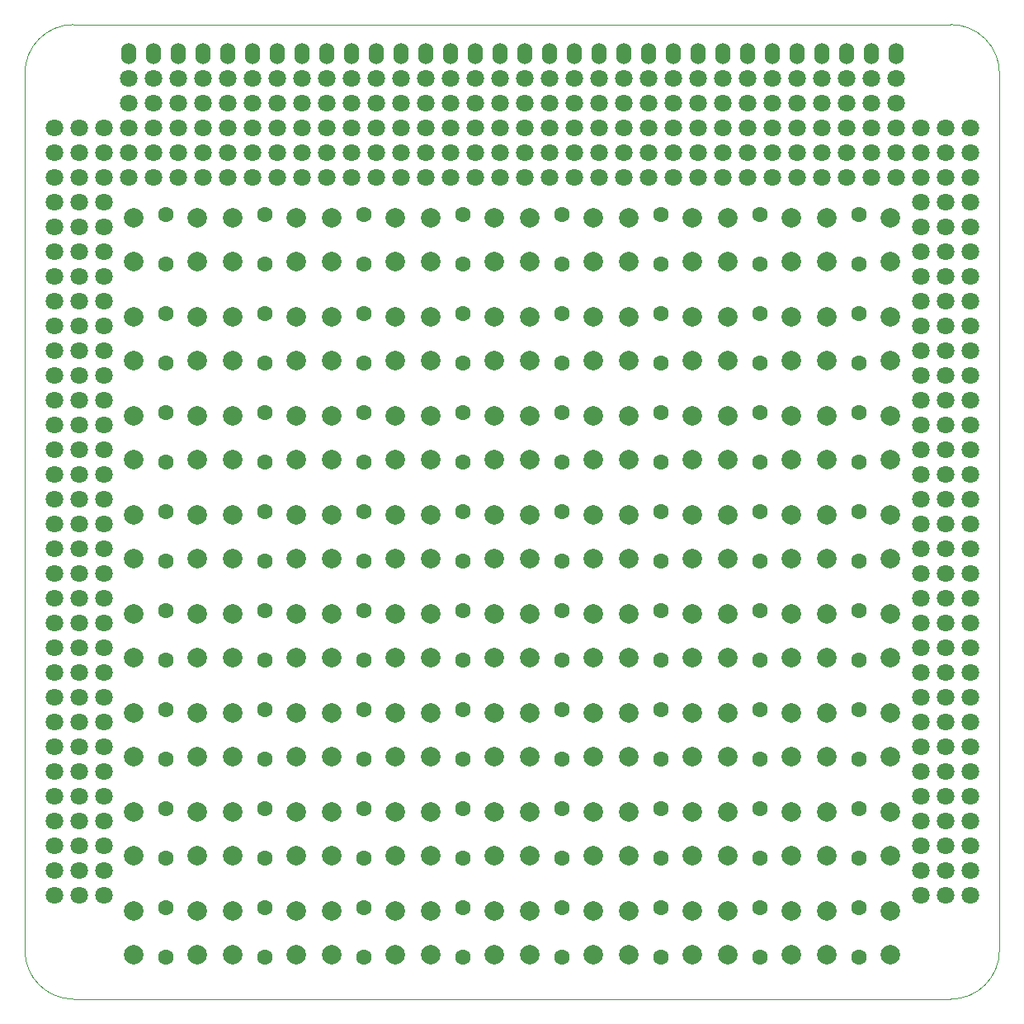
<source format=gts>
G04 #@! TF.FileFunction,Soldermask,Top*
%FSLAX46Y46*%
G04 Gerber Fmt 4.6, Leading zero omitted, Abs format (unit mm)*
G04 Created by KiCad (PCBNEW 4.0.5) date 11/09/17 02:57:30*
%MOMM*%
%LPD*%
G01*
G04 APERTURE LIST*
%ADD10C,0.150000*%
%ADD11C,0.100000*%
%ADD12C,2.000000*%
%ADD13C,1.600000*%
%ADD14O,1.524000X2.199640*%
%ADD15C,1.800000*%
G04 APERTURE END LIST*
D10*
D11*
X60000000Y-95000000D02*
G75*
G03X55000000Y-100000000I0J-5000000D01*
G01*
X155000000Y-100000000D02*
G75*
G03X150000000Y-95000000I-5000000J0D01*
G01*
X150000000Y-195000000D02*
G75*
G03X155000000Y-190000000I0J5000000D01*
G01*
X55000000Y-190000000D02*
G75*
G03X60000000Y-195000000I5000000J0D01*
G01*
X60000000Y-95000000D02*
X150000000Y-95000000D01*
X155000000Y-100000000D02*
X155000000Y-190000000D01*
X150000000Y-195000000D02*
X60000000Y-195000000D01*
X55000000Y-190000000D02*
X55000000Y-100000000D01*
D12*
X86510000Y-129470000D03*
X93010000Y-124970000D03*
X86510000Y-124970000D03*
X93010000Y-129470000D03*
D13*
X89760000Y-124680000D03*
X89760000Y-129760000D03*
D12*
X66190000Y-139630000D03*
X72690000Y-135130000D03*
X66190000Y-135130000D03*
X72690000Y-139630000D03*
D13*
X69440000Y-134840000D03*
X69440000Y-139920000D03*
D12*
X66190000Y-129470000D03*
X72690000Y-124970000D03*
X66190000Y-124970000D03*
X72690000Y-129470000D03*
D13*
X69440000Y-124680000D03*
X69440000Y-129760000D03*
D12*
X106830000Y-119310000D03*
X113330000Y-114810000D03*
X106830000Y-114810000D03*
X113330000Y-119310000D03*
D13*
X110080000Y-114520000D03*
X110080000Y-119600000D03*
D14*
X85950000Y-98010000D03*
X88490000Y-98010000D03*
X91030000Y-98010000D03*
X93570000Y-98010000D03*
X96110000Y-98010000D03*
X98650000Y-98010000D03*
X101190000Y-98010000D03*
X103730000Y-98010000D03*
X106270000Y-98010000D03*
X108810000Y-98010000D03*
X111350000Y-98010000D03*
X113890000Y-98010000D03*
X116430000Y-98010000D03*
X118970000Y-98010000D03*
X121510000Y-98010000D03*
X124050000Y-98010000D03*
X65630000Y-98010000D03*
X68170000Y-98010000D03*
X70710000Y-98010000D03*
X73250000Y-98010000D03*
X75790000Y-98010000D03*
X78330000Y-98010000D03*
X80870000Y-98010000D03*
X83410000Y-98010000D03*
X126590000Y-98010000D03*
X129130000Y-98010000D03*
X131670000Y-98010000D03*
X134210000Y-98010000D03*
X136750000Y-98010000D03*
X139290000Y-98010000D03*
X141830000Y-98010000D03*
X144370000Y-98010000D03*
D12*
X66190000Y-119310000D03*
X72690000Y-114810000D03*
X66190000Y-114810000D03*
X72690000Y-119310000D03*
D13*
X69440000Y-114520000D03*
X69440000Y-119600000D03*
D12*
X76350000Y-119310000D03*
X82850000Y-114810000D03*
X76350000Y-114810000D03*
X82850000Y-119310000D03*
D13*
X79600000Y-114520000D03*
X79600000Y-119600000D03*
D12*
X86510000Y-119310000D03*
X93010000Y-114810000D03*
X86510000Y-114810000D03*
X93010000Y-119310000D03*
D13*
X89760000Y-114520000D03*
X89760000Y-119600000D03*
D12*
X96670000Y-119310000D03*
X103170000Y-114810000D03*
X96670000Y-114810000D03*
X103170000Y-119310000D03*
D13*
X99920000Y-114520000D03*
X99920000Y-119600000D03*
D12*
X116990000Y-119310000D03*
X123490000Y-114810000D03*
X116990000Y-114810000D03*
X123490000Y-119310000D03*
D13*
X120240000Y-114520000D03*
X120240000Y-119600000D03*
D12*
X127150000Y-119310000D03*
X133650000Y-114810000D03*
X127150000Y-114810000D03*
X133650000Y-119310000D03*
D13*
X130400000Y-114520000D03*
X130400000Y-119600000D03*
D12*
X137310000Y-119310000D03*
X143810000Y-114810000D03*
X137310000Y-114810000D03*
X143810000Y-119310000D03*
D13*
X140560000Y-114520000D03*
X140560000Y-119600000D03*
D12*
X76350000Y-129470000D03*
X82850000Y-124970000D03*
X76350000Y-124970000D03*
X82850000Y-129470000D03*
D13*
X79600000Y-124680000D03*
X79600000Y-129760000D03*
D12*
X96670000Y-129470000D03*
X103170000Y-124970000D03*
X96670000Y-124970000D03*
X103170000Y-129470000D03*
D13*
X99920000Y-124680000D03*
X99920000Y-129760000D03*
D12*
X116990000Y-129470000D03*
X123490000Y-124970000D03*
X116990000Y-124970000D03*
X123490000Y-129470000D03*
D13*
X120240000Y-124680000D03*
X120240000Y-129760000D03*
D12*
X127150000Y-129470000D03*
X133650000Y-124970000D03*
X127150000Y-124970000D03*
X133650000Y-129470000D03*
D13*
X130400000Y-124680000D03*
X130400000Y-129760000D03*
D12*
X137310000Y-129470000D03*
X143810000Y-124970000D03*
X137310000Y-124970000D03*
X143810000Y-129470000D03*
D13*
X140560000Y-124680000D03*
X140560000Y-129760000D03*
D12*
X76350000Y-139630000D03*
X82850000Y-135130000D03*
X76350000Y-135130000D03*
X82850000Y-139630000D03*
D13*
X79600000Y-134840000D03*
X79600000Y-139920000D03*
D12*
X86510000Y-139630000D03*
X93010000Y-135130000D03*
X86510000Y-135130000D03*
X93010000Y-139630000D03*
D13*
X89760000Y-134840000D03*
X89760000Y-139920000D03*
D12*
X106830000Y-139630000D03*
X113330000Y-135130000D03*
X106830000Y-135130000D03*
X113330000Y-139630000D03*
D13*
X110080000Y-134840000D03*
X110080000Y-139920000D03*
D12*
X116990000Y-139630000D03*
X123490000Y-135130000D03*
X116990000Y-135130000D03*
X123490000Y-139630000D03*
D13*
X120240000Y-134840000D03*
X120240000Y-139920000D03*
D12*
X127150000Y-139630000D03*
X133650000Y-135130000D03*
X127150000Y-135130000D03*
X133650000Y-139630000D03*
D13*
X130400000Y-134840000D03*
X130400000Y-139920000D03*
D12*
X137310000Y-139630000D03*
X143810000Y-135130000D03*
X137310000Y-135130000D03*
X143810000Y-139630000D03*
D13*
X140560000Y-134840000D03*
X140560000Y-139920000D03*
D12*
X66190000Y-149790000D03*
X72690000Y-145290000D03*
X66190000Y-145290000D03*
X72690000Y-149790000D03*
D13*
X69440000Y-145000000D03*
X69440000Y-150080000D03*
D12*
X76350000Y-149790000D03*
X82850000Y-145290000D03*
X76350000Y-145290000D03*
X82850000Y-149790000D03*
D13*
X79600000Y-145000000D03*
X79600000Y-150080000D03*
D12*
X86510000Y-149790000D03*
X93010000Y-145290000D03*
X86510000Y-145290000D03*
X93010000Y-149790000D03*
D13*
X89760000Y-145000000D03*
X89760000Y-150080000D03*
D12*
X96670000Y-149790000D03*
X103170000Y-145290000D03*
X96670000Y-145290000D03*
X103170000Y-149790000D03*
D13*
X99920000Y-145000000D03*
X99920000Y-150080000D03*
D12*
X106830000Y-149790000D03*
X113330000Y-145290000D03*
X106830000Y-145290000D03*
X113330000Y-149790000D03*
D13*
X110080000Y-145000000D03*
X110080000Y-150080000D03*
D12*
X116990000Y-149790000D03*
X123490000Y-145290000D03*
X116990000Y-145290000D03*
X123490000Y-149790000D03*
D13*
X120240000Y-145000000D03*
X120240000Y-150080000D03*
D12*
X127150000Y-149790000D03*
X133650000Y-145290000D03*
X127150000Y-145290000D03*
X133650000Y-149790000D03*
D13*
X130400000Y-145000000D03*
X130400000Y-150080000D03*
D12*
X137310000Y-149790000D03*
X143810000Y-145290000D03*
X137310000Y-145290000D03*
X143810000Y-149790000D03*
D13*
X140560000Y-145000000D03*
X140560000Y-150080000D03*
D12*
X66190000Y-159950000D03*
X72690000Y-155450000D03*
X66190000Y-155450000D03*
X72690000Y-159950000D03*
D13*
X69440000Y-155160000D03*
X69440000Y-160240000D03*
D12*
X76350000Y-159950000D03*
X82850000Y-155450000D03*
X76350000Y-155450000D03*
X82850000Y-159950000D03*
D13*
X79600000Y-155160000D03*
X79600000Y-160240000D03*
D12*
X86510000Y-159950000D03*
X93010000Y-155450000D03*
X86510000Y-155450000D03*
X93010000Y-159950000D03*
D13*
X89760000Y-155160000D03*
X89760000Y-160240000D03*
D12*
X96670000Y-159950000D03*
X103170000Y-155450000D03*
X96670000Y-155450000D03*
X103170000Y-159950000D03*
D13*
X99920000Y-155160000D03*
X99920000Y-160240000D03*
D12*
X106830000Y-159950000D03*
X113330000Y-155450000D03*
X106830000Y-155450000D03*
X113330000Y-159950000D03*
D13*
X110080000Y-155160000D03*
X110080000Y-160240000D03*
D12*
X116990000Y-159950000D03*
X123490000Y-155450000D03*
X116990000Y-155450000D03*
X123490000Y-159950000D03*
D13*
X120240000Y-155160000D03*
X120240000Y-160240000D03*
D12*
X127150000Y-159950000D03*
X133650000Y-155450000D03*
X127150000Y-155450000D03*
X133650000Y-159950000D03*
D13*
X130400000Y-155160000D03*
X130400000Y-160240000D03*
D12*
X137310000Y-159950000D03*
X143810000Y-155450000D03*
X137310000Y-155450000D03*
X143810000Y-159950000D03*
D13*
X140560000Y-155160000D03*
X140560000Y-160240000D03*
D12*
X66190000Y-170110000D03*
X72690000Y-165610000D03*
X66190000Y-165610000D03*
X72690000Y-170110000D03*
D13*
X69440000Y-165320000D03*
X69440000Y-170400000D03*
D12*
X76350000Y-170110000D03*
X82850000Y-165610000D03*
X76350000Y-165610000D03*
X82850000Y-170110000D03*
D13*
X79600000Y-165320000D03*
X79600000Y-170400000D03*
D12*
X86510000Y-170110000D03*
X93010000Y-165610000D03*
X86510000Y-165610000D03*
X93010000Y-170110000D03*
D13*
X89760000Y-165320000D03*
X89760000Y-170400000D03*
D12*
X96670000Y-170110000D03*
X103170000Y-165610000D03*
X96670000Y-165610000D03*
X103170000Y-170110000D03*
D13*
X99920000Y-165320000D03*
X99920000Y-170400000D03*
D12*
X106830000Y-170110000D03*
X113330000Y-165610000D03*
X106830000Y-165610000D03*
X113330000Y-170110000D03*
D13*
X110080000Y-165320000D03*
X110080000Y-170400000D03*
D12*
X116990000Y-170110000D03*
X123490000Y-165610000D03*
X116990000Y-165610000D03*
X123490000Y-170110000D03*
D13*
X120240000Y-165320000D03*
X120240000Y-170400000D03*
D12*
X127150000Y-170110000D03*
X133650000Y-165610000D03*
X127150000Y-165610000D03*
X133650000Y-170110000D03*
D13*
X130400000Y-165320000D03*
X130400000Y-170400000D03*
D12*
X137310000Y-170110000D03*
X143810000Y-165610000D03*
X137310000Y-165610000D03*
X143810000Y-170110000D03*
D13*
X140560000Y-165320000D03*
X140560000Y-170400000D03*
D12*
X66190000Y-180270000D03*
X72690000Y-175770000D03*
X66190000Y-175770000D03*
X72690000Y-180270000D03*
D13*
X69440000Y-175480000D03*
X69440000Y-180560000D03*
D12*
X76350000Y-180270000D03*
X82850000Y-175770000D03*
X76350000Y-175770000D03*
X82850000Y-180270000D03*
D13*
X79600000Y-175480000D03*
X79600000Y-180560000D03*
D12*
X86510000Y-180270000D03*
X93010000Y-175770000D03*
X86510000Y-175770000D03*
X93010000Y-180270000D03*
D13*
X89760000Y-175480000D03*
X89760000Y-180560000D03*
D12*
X96670000Y-180270000D03*
X103170000Y-175770000D03*
X96670000Y-175770000D03*
X103170000Y-180270000D03*
D13*
X99920000Y-175480000D03*
X99920000Y-180560000D03*
D12*
X106830000Y-180270000D03*
X113330000Y-175770000D03*
X106830000Y-175770000D03*
X113330000Y-180270000D03*
D13*
X110080000Y-175480000D03*
X110080000Y-180560000D03*
D12*
X116990000Y-180270000D03*
X123490000Y-175770000D03*
X116990000Y-175770000D03*
X123490000Y-180270000D03*
D13*
X120240000Y-175480000D03*
X120240000Y-180560000D03*
D12*
X127150000Y-180270000D03*
X133650000Y-175770000D03*
X127150000Y-175770000D03*
X133650000Y-180270000D03*
D13*
X130400000Y-175480000D03*
X130400000Y-180560000D03*
D12*
X137310000Y-180270000D03*
X143810000Y-175770000D03*
X137310000Y-175770000D03*
X143810000Y-180270000D03*
D13*
X140560000Y-175480000D03*
X140560000Y-180560000D03*
D12*
X66190000Y-190430000D03*
X72690000Y-185930000D03*
X66190000Y-185930000D03*
X72690000Y-190430000D03*
D13*
X69440000Y-185640000D03*
X69440000Y-190720000D03*
D12*
X76350000Y-190430000D03*
X82850000Y-185930000D03*
X76350000Y-185930000D03*
X82850000Y-190430000D03*
D13*
X79600000Y-185640000D03*
X79600000Y-190720000D03*
D12*
X86510000Y-190430000D03*
X93010000Y-185930000D03*
X86510000Y-185930000D03*
X93010000Y-190430000D03*
D13*
X89760000Y-185640000D03*
X89760000Y-190720000D03*
D12*
X96670000Y-190430000D03*
X103170000Y-185930000D03*
X96670000Y-185930000D03*
X103170000Y-190430000D03*
D13*
X99920000Y-185640000D03*
X99920000Y-190720000D03*
D12*
X106830000Y-190430000D03*
X113330000Y-185930000D03*
X106830000Y-185930000D03*
X113330000Y-190430000D03*
D13*
X110080000Y-185640000D03*
X110080000Y-190720000D03*
D12*
X116990000Y-190430000D03*
X123490000Y-185930000D03*
X116990000Y-185930000D03*
X123490000Y-190430000D03*
D13*
X120240000Y-185640000D03*
X120240000Y-190720000D03*
D12*
X127150000Y-190430000D03*
X133650000Y-185930000D03*
X127150000Y-185930000D03*
X133650000Y-190430000D03*
D13*
X130400000Y-185640000D03*
X130400000Y-190720000D03*
D12*
X137310000Y-190430000D03*
X143810000Y-185930000D03*
X137310000Y-185930000D03*
X143810000Y-190430000D03*
D13*
X140560000Y-185640000D03*
X140560000Y-190720000D03*
D12*
X106830000Y-129470000D03*
X113330000Y-124970000D03*
X106830000Y-124970000D03*
X113330000Y-129470000D03*
D13*
X110080000Y-124680000D03*
X110080000Y-129760000D03*
D12*
X96670000Y-139630000D03*
X103170000Y-135130000D03*
X96670000Y-135130000D03*
X103170000Y-139630000D03*
D13*
X99920000Y-134840000D03*
X99920000Y-139920000D03*
D15*
X58010000Y-176750000D03*
X58010000Y-179290000D03*
X60550000Y-176750000D03*
X60550000Y-179290000D03*
X63090000Y-176750000D03*
X63090000Y-179290000D03*
X58010000Y-181830000D03*
X58010000Y-184370000D03*
X63090000Y-181830000D03*
X63090000Y-184370000D03*
X60550000Y-181830000D03*
X60550000Y-184370000D03*
X58010000Y-171670000D03*
X58010000Y-174210000D03*
X60550000Y-171670000D03*
X60550000Y-174210000D03*
X63090000Y-171670000D03*
X63090000Y-174210000D03*
X63090000Y-151350000D03*
X63090000Y-153890000D03*
X60550000Y-151350000D03*
X60550000Y-153890000D03*
X58010000Y-151350000D03*
X58010000Y-153890000D03*
X58010000Y-146270000D03*
X58010000Y-148810000D03*
X60550000Y-146270000D03*
X60550000Y-148810000D03*
X63090000Y-146270000D03*
X63090000Y-148810000D03*
X63090000Y-158970000D03*
X63090000Y-161510000D03*
X60550000Y-158970000D03*
X60550000Y-161510000D03*
X58010000Y-158970000D03*
X58010000Y-161510000D03*
X58010000Y-164050000D03*
X58010000Y-166590000D03*
X60550000Y-164050000D03*
X60550000Y-166590000D03*
X63090000Y-164050000D03*
X63090000Y-166590000D03*
X63090000Y-120870000D03*
X63090000Y-123410000D03*
X60550000Y-120870000D03*
X60550000Y-123410000D03*
X58010000Y-120870000D03*
X58010000Y-123410000D03*
X65630000Y-103090000D03*
X65630000Y-105630000D03*
X63090000Y-108170000D03*
X63090000Y-110710000D03*
X60550000Y-108170000D03*
X60550000Y-110710000D03*
X58010000Y-108170000D03*
X58010000Y-110710000D03*
X58010000Y-113250000D03*
X58010000Y-115790000D03*
X60550000Y-113250000D03*
X60550000Y-115790000D03*
X63090000Y-113250000D03*
X63090000Y-115790000D03*
X63090000Y-133570000D03*
X63090000Y-136110000D03*
X60550000Y-133570000D03*
X60550000Y-136110000D03*
X58010000Y-133570000D03*
X58010000Y-136110000D03*
X58010000Y-125950000D03*
X58010000Y-128490000D03*
X60550000Y-125950000D03*
X60550000Y-128490000D03*
X63090000Y-125950000D03*
X63090000Y-128490000D03*
X63090000Y-138650000D03*
X63090000Y-141190000D03*
X60550000Y-138650000D03*
X60550000Y-141190000D03*
X58010000Y-138650000D03*
X58010000Y-141190000D03*
X151990000Y-146270000D03*
X151990000Y-148810000D03*
X149450000Y-146270000D03*
X149450000Y-148810000D03*
X146910000Y-146270000D03*
X146910000Y-148810000D03*
X146910000Y-138650000D03*
X146910000Y-141190000D03*
X149450000Y-138650000D03*
X149450000Y-141190000D03*
X151990000Y-138650000D03*
X151990000Y-141190000D03*
X146910000Y-133570000D03*
X146910000Y-136110000D03*
X149450000Y-133570000D03*
X149450000Y-136110000D03*
X151990000Y-133570000D03*
X151990000Y-136110000D03*
X151990000Y-113250000D03*
X151990000Y-115790000D03*
X149450000Y-113250000D03*
X149450000Y-115790000D03*
X146910000Y-113250000D03*
X146910000Y-115790000D03*
X146910000Y-108170000D03*
X146910000Y-110710000D03*
X149450000Y-108170000D03*
X149450000Y-110710000D03*
X151990000Y-108170000D03*
X151990000Y-110710000D03*
X151990000Y-120870000D03*
X151990000Y-123410000D03*
X149450000Y-120870000D03*
X149450000Y-123410000D03*
X146910000Y-120870000D03*
X146910000Y-123410000D03*
X146910000Y-125950000D03*
X146910000Y-128490000D03*
X149450000Y-125950000D03*
X149450000Y-128490000D03*
X151990000Y-125950000D03*
X151990000Y-128490000D03*
X151990000Y-164050000D03*
X151990000Y-166590000D03*
X149450000Y-164050000D03*
X149450000Y-166590000D03*
X146910000Y-164050000D03*
X146910000Y-166590000D03*
X146910000Y-158970000D03*
X146910000Y-161510000D03*
X149450000Y-158970000D03*
X149450000Y-161510000D03*
X151990000Y-158970000D03*
X151990000Y-161510000D03*
X151990000Y-151350000D03*
X151990000Y-153890000D03*
X149450000Y-151350000D03*
X149450000Y-153890000D03*
X146910000Y-151350000D03*
X146910000Y-153890000D03*
X151990000Y-176750000D03*
X151990000Y-179290000D03*
X149450000Y-176750000D03*
X149450000Y-179290000D03*
X146910000Y-176750000D03*
X146910000Y-179290000D03*
X146910000Y-171670000D03*
X146910000Y-174210000D03*
X149450000Y-171670000D03*
X149450000Y-174210000D03*
X151990000Y-171670000D03*
X151990000Y-174210000D03*
X151990000Y-181830000D03*
X151990000Y-184370000D03*
X149450000Y-181830000D03*
X149450000Y-184370000D03*
X146910000Y-181830000D03*
X146910000Y-184370000D03*
X141830000Y-110710000D03*
X144370000Y-110710000D03*
X65630000Y-108170000D03*
X68170000Y-108170000D03*
X70710000Y-108170000D03*
X73250000Y-108170000D03*
X80870000Y-110710000D03*
X83410000Y-110710000D03*
X80870000Y-108170000D03*
X83410000Y-108170000D03*
X75790000Y-110710000D03*
X78330000Y-110710000D03*
X65630000Y-110710000D03*
X68170000Y-110710000D03*
X70710000Y-110710000D03*
X73250000Y-110710000D03*
X75790000Y-108170000D03*
X78330000Y-108170000D03*
X106270000Y-108170000D03*
X108810000Y-108170000D03*
X101190000Y-110710000D03*
X103730000Y-110710000D03*
X101190000Y-108170000D03*
X103730000Y-108170000D03*
X106270000Y-110710000D03*
X108810000Y-110710000D03*
X111350000Y-108170000D03*
X113890000Y-108170000D03*
X111350000Y-110710000D03*
X113890000Y-110710000D03*
X96110000Y-110710000D03*
X98650000Y-110710000D03*
X96110000Y-108170000D03*
X98650000Y-108170000D03*
X91030000Y-110710000D03*
X93570000Y-110710000D03*
X85950000Y-108170000D03*
X88490000Y-108170000D03*
X85950000Y-110710000D03*
X88490000Y-110710000D03*
X91030000Y-108170000D03*
X93570000Y-108170000D03*
X121510000Y-108170000D03*
X124050000Y-108170000D03*
X116430000Y-110710000D03*
X118970000Y-110710000D03*
X116430000Y-108170000D03*
X118970000Y-108170000D03*
X121510000Y-110710000D03*
X124050000Y-110710000D03*
X126590000Y-108170000D03*
X129130000Y-108170000D03*
X126590000Y-110710000D03*
X129130000Y-110710000D03*
X141830000Y-108170000D03*
X144370000Y-108170000D03*
X136750000Y-110710000D03*
X139290000Y-110710000D03*
X131670000Y-108170000D03*
X134210000Y-108170000D03*
X131670000Y-110710000D03*
X134210000Y-110710000D03*
X136750000Y-108170000D03*
X139290000Y-108170000D03*
X139290000Y-103090000D03*
X139290000Y-105630000D03*
X136750000Y-103090000D03*
X136750000Y-105630000D03*
X134210000Y-103090000D03*
X134210000Y-105630000D03*
X141830000Y-103090000D03*
X141830000Y-105630000D03*
X144370000Y-103090000D03*
X144370000Y-105630000D03*
X131670000Y-103090000D03*
X131670000Y-105630000D03*
X129130000Y-103090000D03*
X129130000Y-105630000D03*
X126590000Y-103090000D03*
X126590000Y-105630000D03*
X121510000Y-103090000D03*
X121510000Y-105630000D03*
X124050000Y-103090000D03*
X124050000Y-105630000D03*
X93570000Y-103090000D03*
X93570000Y-105630000D03*
X91030000Y-103090000D03*
X91030000Y-105630000D03*
X88490000Y-103090000D03*
X88490000Y-105630000D03*
X96110000Y-103090000D03*
X96110000Y-105630000D03*
X98650000Y-103090000D03*
X98650000Y-105630000D03*
X101190000Y-103090000D03*
X101190000Y-105630000D03*
X116430000Y-103090000D03*
X116430000Y-105630000D03*
X113890000Y-103090000D03*
X113890000Y-105630000D03*
X111350000Y-103090000D03*
X111350000Y-105630000D03*
X103730000Y-103090000D03*
X103730000Y-105630000D03*
X106270000Y-103090000D03*
X106270000Y-105630000D03*
X108810000Y-103090000D03*
X108810000Y-105630000D03*
X78330000Y-103090000D03*
X78330000Y-105630000D03*
X75790000Y-103090000D03*
X75790000Y-105630000D03*
X73250000Y-103090000D03*
X73250000Y-105630000D03*
X80870000Y-103090000D03*
X80870000Y-105630000D03*
X83410000Y-103090000D03*
X83410000Y-105630000D03*
X85950000Y-103090000D03*
X85950000Y-105630000D03*
X70710000Y-103090000D03*
X70710000Y-105630000D03*
X68170000Y-103090000D03*
X68170000Y-105630000D03*
X118970000Y-103090000D03*
X118970000Y-105630000D03*
X106270000Y-100550000D03*
X108810000Y-100550000D03*
X111350000Y-100550000D03*
X113890000Y-100550000D03*
X116430000Y-100550000D03*
X118970000Y-100550000D03*
X121510000Y-100550000D03*
X124050000Y-100550000D03*
X144370000Y-100550000D03*
X141830000Y-100550000D03*
X139290000Y-100550000D03*
X136750000Y-100550000D03*
X134210000Y-100550000D03*
X131670000Y-100550000D03*
X129130000Y-100550000D03*
X126590000Y-100550000D03*
X83410000Y-100550000D03*
X80870000Y-100550000D03*
X78330000Y-100550000D03*
X75790000Y-100550000D03*
X73250000Y-100550000D03*
X70710000Y-100550000D03*
X68170000Y-100550000D03*
X65630000Y-100550000D03*
X85950000Y-100550000D03*
X88490000Y-100550000D03*
X91030000Y-100550000D03*
X93570000Y-100550000D03*
X96110000Y-100550000D03*
X98650000Y-100550000D03*
X101190000Y-100550000D03*
X103730000Y-100550000D03*
X60550000Y-169130000D03*
X63090000Y-169130000D03*
X58010000Y-169130000D03*
X60550000Y-156430000D03*
X63090000Y-156430000D03*
X58010000Y-156430000D03*
X60550000Y-118330000D03*
X63090000Y-118330000D03*
X58010000Y-118330000D03*
X60550000Y-105630000D03*
X63090000Y-105630000D03*
X58010000Y-105630000D03*
X60550000Y-143730000D03*
X63090000Y-143730000D03*
X58010000Y-143730000D03*
X60550000Y-131030000D03*
X63090000Y-131030000D03*
X58010000Y-131030000D03*
X149450000Y-105630000D03*
X151990000Y-105630000D03*
X146910000Y-105630000D03*
X149450000Y-118330000D03*
X151990000Y-118330000D03*
X146910000Y-118330000D03*
X149450000Y-169130000D03*
X151990000Y-169130000D03*
X146910000Y-169130000D03*
X149450000Y-156430000D03*
X151990000Y-156430000D03*
X146910000Y-156430000D03*
X149450000Y-131030000D03*
X151990000Y-131030000D03*
X146910000Y-131030000D03*
X149450000Y-143730000D03*
X151990000Y-143730000D03*
X146910000Y-143730000D03*
M02*

</source>
